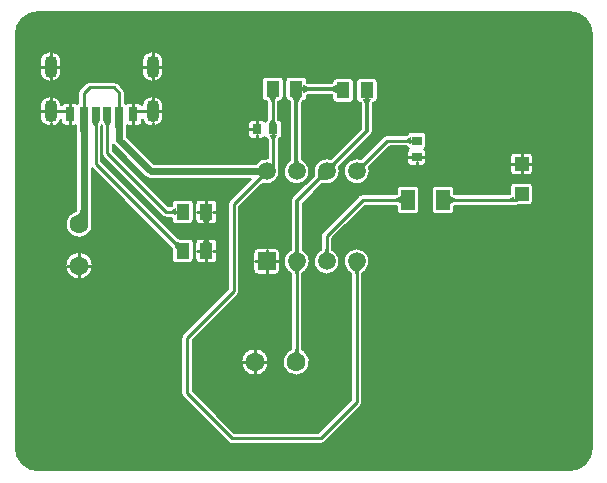
<source format=gtl>
G04 Layer: TopLayer*
G04 EasyEDA Pro v2.2.43.4, 2025-11-30 18:38:01*
G04 Gerber Generator version 0.3*
G04 Scale: 100 percent, Rotated: No, Reflected: No*
G04 Dimensions in millimeters*
G04 Leading zeros omitted, absolute positions, 4 integers and 5 decimals*
G04 Generated by custom config*
%FSLAX45Y45*%
%MOMM*%
%ADD10C,0.2032*%
%ADD11C,0.254*%
%ADD12R,0.8X0.9*%
%ADD13C,1.6*%
%ADD14R,0.9X0.8*%
%ADD15R,1.21158X1.21158*%
%ADD16R,1.20752X1.70101*%
%ADD17R,1.5X1.5*%
%ADD18C,1.5*%
%ADD19R,0.8042X1.2*%
%ADD20R,0.8X1.2*%
%ADD21R,0.7X1.2*%
%ADD22O,1.1X1.9*%
%ADD23R,1.13254X1.37701*%
%ADD24C,0.6*%
%ADD25C,0.3*%
G75*


G04 Copper Start*
G36*
G01X4939840Y-250000D02*
G01X4939840Y-3750000D01*
G01X4937908Y-3777017D01*
G01X4932150Y-3803484D01*
G01X4922685Y-3828862D01*
G01X4909704Y-3852635D01*
G01X4893471Y-3874319D01*
G01X4874319Y-3893471D01*
G01X4852635Y-3909704D01*
G01X4828862Y-3922685D01*
G01X4803484Y-3932150D01*
G01X4777017Y-3937908D01*
G01X4750000Y-3939840D01*
G01X250000Y-3939840D01*
G01X222983Y-3937908D01*
G01X196516Y-3932150D01*
G01X171138Y-3922685D01*
G01X147365Y-3909704D01*
G01X125681Y-3893471D01*
G01X106528Y-3874319D01*
G01X90296Y-3852635D01*
G01X77315Y-3828862D01*
G01X67850Y-3803484D01*
G01X62092Y-3777017D01*
G01X60160Y-3750000D01*
G01X60160Y-2207016D01*
G01X481089Y-2207016D01*
G01X483061Y-2228297D01*
G01X488909Y-2248853D01*
G01X498436Y-2267984D01*
G01X511315Y-2285039D01*
G01X527109Y-2299438D01*
G01X545280Y-2310688D01*
G01X565209Y-2318409D01*
G01X586217Y-2322336D01*
G01X607588Y-2322336D01*
G01X628597Y-2318409D01*
G01X648525Y-2310688D01*
G01X666696Y-2299438D01*
G01X682490Y-2285039D01*
G01X695369Y-2267984D01*
G01X704896Y-2248853D01*
G01X710744Y-2228297D01*
G01X712716Y-2207016D01*
G01X710744Y-2185735D01*
G01X704896Y-2165179D01*
G01X695369Y-2146048D01*
G01X682490Y-2128993D01*
G01X666696Y-2114595D01*
G01X648525Y-2103344D01*
G01X628597Y-2095623D01*
G01X607588Y-2091696D01*
G01X586217Y-2091696D01*
G01X565209Y-2095623D01*
G01X545280Y-2103344D01*
G01X527109Y-2114595D01*
G01X511315Y-2128993D01*
G01X498436Y-2146048D01*
G01X488909Y-2165179D01*
G01X483061Y-2185735D01*
G01X481089Y-2207016D01*
G01X481089Y-2207016D01*
G01X60160Y-2207016D01*
G01X60160Y-861408D01*
G01X264596Y-861408D01*
G01X264596Y-941408D01*
G01X266433Y-959583D01*
G01X271871Y-977023D01*
G01X280689Y-993022D01*
G01X292531Y-1006932D01*
G01X306917Y-1018191D01*
G01X323266Y-1026343D01*
G01X340915Y-1031058D01*
G01X359151Y-1032145D01*
G01X377236Y-1029560D01*
G01X394437Y-1023408D01*
G01X410059Y-1013938D01*
G01X423469Y-1001533D01*
G01X434126Y-986695D01*
G01X441597Y-970025D01*
G01X441597Y-986401D01*
G01X443350Y-997469D01*
G01X448437Y-1007452D01*
G01X456360Y-1015376D01*
G01X466344Y-1020463D01*
G01X477411Y-1022215D01*
G01X557411Y-1022215D01*
G01X563568Y-1021682D01*
G01X569543Y-1020098D01*
G01X571075Y-1048231D01*
G01X571586Y-1076401D01*
G01X571586Y-1722845D01*
G01X571319Y-1729663D01*
G01X570611Y-1735269D01*
G01X569535Y-1739880D01*
G01X568329Y-1743110D01*
G01X567240Y-1745027D01*
G01X566785Y-1745175D01*
G01X547379Y-1752313D01*
G01X529552Y-1762788D01*
G01X513871Y-1776266D01*
G01X500837Y-1792318D01*
G01X490865Y-1810432D01*
G01X484274Y-1830031D01*
G01X481272Y-1850489D01*
G01X481956Y-1871155D01*
G01X486305Y-1891370D01*
G01X494179Y-1910489D01*
G01X505327Y-1927904D01*
G01X519394Y-1943058D01*
G01X535932Y-1955470D01*
G01X554414Y-1964743D01*
G01X574250Y-1970581D01*
G01X594808Y-1972799D01*
G01X615432Y-1971326D01*
G01X635467Y-1966209D01*
G01X654271Y-1957611D01*
G01X671247Y-1945805D01*
G01X685854Y-1931170D01*
G01X697625Y-1914170D01*
G01X706185Y-1895348D01*
G01X711262Y-1875303D01*
G01X712693Y-1854676D01*
G01X710433Y-1834122D01*
G01X705253Y-1807994D01*
G01X703791Y-1797218D01*
G01X703214Y-1784905D01*
G01X703214Y-1379823D01*
G01X1377239Y-2053848D01*
G01X1381052Y-2062089D01*
G01X1382359Y-2071075D01*
G01X1382359Y-2071075D01*
G01X1382359Y-2151651D01*
G01X1384112Y-2162718D01*
G01X1389199Y-2172701D01*
G01X1397122Y-2180625D01*
G01X1407106Y-2185712D01*
G01X1418173Y-2187465D01*
G01X1531427Y-2187465D01*
G01X1542494Y-2185712D01*
G01X1552478Y-2180625D01*
G01X1560401Y-2172701D01*
G01X1565488Y-2162718D01*
G01X1567241Y-2151651D01*
G01X1582359Y-2151651D01*
G01X1582359Y-2151651D01*
G01X1584112Y-2162718D01*
G01X1589199Y-2172701D01*
G01X1597122Y-2180625D01*
G01X1607106Y-2185712D01*
G01X1618173Y-2187465D01*
G01X1731427Y-2187465D01*
G01X1742494Y-2185712D01*
G01X1752478Y-2180625D01*
G01X1760401Y-2172701D01*
G01X1765488Y-2162718D01*
G01X1767241Y-2151651D01*
G01X1767241Y-2013949D01*
G01X1765488Y-2002882D01*
G01X1760401Y-1992899D01*
G01X1752478Y-1984975D01*
G01X1742494Y-1979888D01*
G01X1731427Y-1978135D01*
G01X1618173Y-1978135D01*
G01X1607106Y-1979888D01*
G01X1597122Y-1984975D01*
G01X1589199Y-1992899D01*
G01X1584112Y-2002882D01*
G01X1582359Y-2013949D01*
G01X1582359Y-2151651D01*
G01X1567241Y-2151651D01*
G01X1567241Y-2013949D01*
G01X1565488Y-2002882D01*
G01X1560401Y-1992899D01*
G01X1552478Y-1984975D01*
G01X1542494Y-1979888D01*
G01X1531427Y-1978135D01*
G01X1450851Y-1978135D01*
G01X1441865Y-1976828D01*
G01X1433625Y-1973015D01*
G01X785914Y-1325305D01*
G01X785914Y-1024501D01*
G01X787287Y-1018975D01*
G01X787541Y-1018975D01*
G01X788886Y-1024501D01*
G01X788886Y-1256500D01*
G01X790539Y-1269056D01*
G01X795386Y-1280757D01*
G01X803095Y-1290804D01*
G01X1299195Y-1786905D01*
G01X1309243Y-1794614D01*
G01X1320944Y-1799461D01*
G01X1333500Y-1801114D01*
G01X1380073Y-1801114D01*
G01X1382359Y-1801337D01*
G01X1382359Y-1821451D01*
G01X1384112Y-1832518D01*
G01X1389199Y-1842501D01*
G01X1397122Y-1850425D01*
G01X1407106Y-1855512D01*
G01X1418173Y-1857265D01*
G01X1531427Y-1857265D01*
G01X1542494Y-1855512D01*
G01X1552478Y-1850425D01*
G01X1560401Y-1842501D01*
G01X1565488Y-1832518D01*
G01X1567241Y-1821451D01*
G01X1582359Y-1821451D01*
G01X1582359Y-1821451D01*
G01X1584112Y-1832518D01*
G01X1589199Y-1842501D01*
G01X1597122Y-1850425D01*
G01X1607106Y-1855512D01*
G01X1618173Y-1857265D01*
G01X1731427Y-1857265D01*
G01X1742494Y-1855512D01*
G01X1752478Y-1850425D01*
G01X1760401Y-1842501D01*
G01X1765488Y-1832518D01*
G01X1767241Y-1821451D01*
G01X1767241Y-1683749D01*
G01X1765488Y-1672682D01*
G01X1760401Y-1662699D01*
G01X1752478Y-1654775D01*
G01X1742494Y-1649688D01*
G01X1731427Y-1647935D01*
G01X1618173Y-1647935D01*
G01X1607106Y-1649688D01*
G01X1597122Y-1654775D01*
G01X1589199Y-1662699D01*
G01X1584112Y-1672682D01*
G01X1582359Y-1683749D01*
G01X1582359Y-1821451D01*
G01X1567241Y-1821451D01*
G01X1567241Y-1683749D01*
G01X1565488Y-1672682D01*
G01X1560401Y-1662699D01*
G01X1552478Y-1654775D01*
G01X1542494Y-1649688D01*
G01X1531427Y-1647935D01*
G01X1418173Y-1647935D01*
G01X1407106Y-1649688D01*
G01X1397122Y-1654775D01*
G01X1389199Y-1662699D01*
G01X1384112Y-1672682D01*
G01X1382359Y-1683749D01*
G01X1382359Y-1703863D01*
G01X1380073Y-1704086D01*
G01X1353595Y-1704086D01*
G01X885914Y-1236405D01*
G01X885914Y-1183996D01*
G01X890862Y-1189537D01*
G01X1157562Y-1456237D01*
G01X1167535Y-1464422D01*
G01X1178914Y-1470504D01*
G01X1191260Y-1474249D01*
G01X1204100Y-1475514D01*
G01X2049977Y-1475514D01*
G01X1870695Y-1654795D01*
G01X1862986Y-1664843D01*
G01X1858139Y-1676544D01*
G01X1856486Y-1689100D01*
G01X1856486Y-2405605D01*
G01X1476995Y-2785095D01*
G01X1469286Y-2795143D01*
G01X1464439Y-2806844D01*
G01X1462786Y-2819400D01*
G01X1462786Y-3289300D01*
G01X1464439Y-3301856D01*
G01X1469286Y-3313557D01*
G01X1476995Y-3323605D01*
G01X1857995Y-3704605D01*
G01X1868043Y-3712314D01*
G01X1879744Y-3717161D01*
G01X1892300Y-3718814D01*
G01X2641600Y-3718814D01*
G01X2654156Y-3717161D01*
G01X2665857Y-3712314D01*
G01X2675905Y-3704605D01*
G01X2980705Y-3399805D01*
G01X2988414Y-3389757D01*
G01X2993261Y-3378056D01*
G01X2994914Y-3365500D01*
G01X2994914Y-2274586D01*
G01X2994997Y-2272679D01*
G01X3006337Y-2265221D01*
G01X3008366Y-2263784D01*
G01X3012151Y-2260899D01*
G01X3014960Y-2258759D01*
G01X3016234Y-2257788D01*
G01X3018689Y-2255738D01*
G01X3019911Y-2254620D01*
G01X3022394Y-2252351D01*
G01X3022734Y-2252040D01*
G01X3024449Y-2250364D01*
G01X3037369Y-2234979D01*
G01X3047300Y-2217515D01*
G01X3053913Y-2198544D01*
G01X3056993Y-2178691D01*
G01X3056438Y-2158608D01*
G01X3052266Y-2138956D01*
G01X3044614Y-2120380D01*
G01X3033734Y-2103491D01*
G01X3019983Y-2088843D01*
G01X3003814Y-2076920D01*
G01X2985758Y-2068111D01*
G01X2966408Y-2062707D01*
G01X2946400Y-2060886D01*
G01X2926392Y-2062707D01*
G01X2907042Y-2068111D01*
G01X2888986Y-2076920D01*
G01X2872817Y-2088843D01*
G01X2859066Y-2103491D01*
G01X2848186Y-2120380D01*
G01X2840534Y-2138956D01*
G01X2836362Y-2158608D01*
G01X2835807Y-2178691D01*
G01X2838887Y-2198544D01*
G01X2845500Y-2217515D01*
G01X2855431Y-2234979D01*
G01X2868351Y-2250364D01*
G01X2870066Y-2252040D01*
G01X2870406Y-2252351D01*
G01X2872889Y-2254620D01*
G01X2874111Y-2255738D01*
G01X2876566Y-2257788D01*
G01X2877840Y-2258759D01*
G01X2880649Y-2260899D01*
G01X2884434Y-2263784D01*
G01X2886463Y-2265221D01*
G01X2897803Y-2272679D01*
G01X2897886Y-2274586D01*
G01X2897886Y-3345405D01*
G01X2621505Y-3621786D01*
G01X1912395Y-3621786D01*
G01X1559814Y-3269205D01*
G01X1559814Y-3011917D01*
G01X1970264Y-3011917D01*
G01X1970264Y-3033288D01*
G01X1974191Y-3054297D01*
G01X1981912Y-3074225D01*
G01X1993162Y-3092396D01*
G01X2007561Y-3108190D01*
G01X2024616Y-3121069D01*
G01X2043747Y-3130596D01*
G01X2064303Y-3136444D01*
G01X2085584Y-3138416D01*
G01X2106865Y-3136444D01*
G01X2127421Y-3130596D01*
G01X2146552Y-3121069D01*
G01X2163607Y-3108190D01*
G01X2178005Y-3092396D01*
G01X2189256Y-3074225D01*
G01X2196977Y-3054297D01*
G01X2200904Y-3033288D01*
G01X2200904Y-3013273D01*
G01X2320171Y-3013273D01*
G01X2320435Y-3034748D01*
G01X2324659Y-3055805D01*
G01X2332698Y-3075720D01*
G01X2344276Y-3093808D01*
G01X2358995Y-3109448D01*
G01X2376348Y-3122101D01*
G01X2395738Y-3131334D01*
G01X2416500Y-3136827D01*
G01X2437920Y-3138393D01*
G01X2459258Y-3135973D01*
G01X2479782Y-3129656D01*
G01X2498787Y-3119658D01*
G01X2515620Y-3106323D01*
G01X2529701Y-3090109D01*
G01X2540546Y-3071574D01*
G01X2547784Y-3051356D01*
G01X2551164Y-3030149D01*
G01X2550570Y-3008682D01*
G01X2546024Y-2987695D01*
G01X2537680Y-2967907D01*
G01X2525827Y-2950000D01*
G01X2510872Y-2934589D01*
G01X2509694Y-2933477D01*
G01X2495072Y-2919867D01*
G01X2489725Y-2914280D01*
G01X2486914Y-2910737D01*
G01X2486914Y-2274586D01*
G01X2486997Y-2272679D01*
G01X2498337Y-2265221D01*
G01X2500366Y-2263784D01*
G01X2504151Y-2260899D01*
G01X2506960Y-2258759D01*
G01X2508234Y-2257788D01*
G01X2510689Y-2255738D01*
G01X2511911Y-2254620D01*
G01X2514394Y-2252351D01*
G01X2514734Y-2252040D01*
G01X2516449Y-2250364D01*
G01X2529318Y-2235053D01*
G01X2539225Y-2217679D01*
G01X2545847Y-2198807D01*
G01X2548970Y-2179052D01*
G01X2548626Y-2164709D01*
G01X2581807Y-2164709D01*
G01X2582362Y-2184792D01*
G01X2586534Y-2204444D01*
G01X2594186Y-2223020D01*
G01X2605066Y-2239909D01*
G01X2618817Y-2254557D01*
G01X2634986Y-2266480D01*
G01X2653042Y-2275289D01*
G01X2672392Y-2280693D01*
G01X2692400Y-2282514D01*
G01X2712408Y-2280693D01*
G01X2731758Y-2275289D01*
G01X2749814Y-2266480D01*
G01X2765983Y-2254557D01*
G01X2779734Y-2239909D01*
G01X2790614Y-2223020D01*
G01X2798266Y-2204444D01*
G01X2802438Y-2184792D01*
G01X2802993Y-2164709D01*
G01X2799913Y-2144856D01*
G01X2793300Y-2125885D01*
G01X2783369Y-2108421D01*
G01X2770449Y-2093036D01*
G01X2768734Y-2091360D01*
G01X2768394Y-2091049D01*
G01X2765911Y-2088780D01*
G01X2764689Y-2087662D01*
G01X2762234Y-2085612D01*
G01X2760960Y-2084641D01*
G01X2758151Y-2082501D01*
G01X2754366Y-2079616D01*
G01X2752337Y-2078179D01*
G01X2740997Y-2070721D01*
G01X2740914Y-2068814D01*
G01X2740914Y-1975895D01*
G01X3017295Y-1699514D01*
G01X3284245Y-1699514D01*
G01X3286531Y-1699737D01*
G01X3286531Y-1736051D01*
G01X3288284Y-1747118D01*
G01X3293371Y-1757102D01*
G01X3301294Y-1765025D01*
G01X3311278Y-1770112D01*
G01X3322345Y-1771865D01*
G01X3443097Y-1771865D01*
G01X3454164Y-1770112D01*
G01X3464148Y-1765025D01*
G01X3472071Y-1757102D01*
G01X3477158Y-1747118D01*
G01X3478911Y-1736051D01*
G01X3478911Y-1565949D01*
G01X3582289Y-1565949D01*
G01X3582289Y-1736051D01*
G01X3584042Y-1747118D01*
G01X3589129Y-1757102D01*
G01X3597052Y-1765025D01*
G01X3607036Y-1770112D01*
G01X3618103Y-1771865D01*
G01X3738855Y-1771865D01*
G01X3749922Y-1770112D01*
G01X3759906Y-1765025D01*
G01X3767829Y-1757102D01*
G01X3772916Y-1747118D01*
G01X3774669Y-1736051D01*
G01X3774669Y-1699737D01*
G01X3776955Y-1699514D01*
G01X4292600Y-1699514D01*
G01X4292600Y-1699514D01*
G01X4301018Y-1698778D01*
G01X4309180Y-1696593D01*
G01X4403979Y-1696593D01*
G01X4415046Y-1694840D01*
G01X4425030Y-1689753D01*
G01X4432953Y-1681830D01*
G01X4438040Y-1671846D01*
G01X4439793Y-1660779D01*
G01X4439793Y-1539621D01*
G01X4438040Y-1528554D01*
G01X4432953Y-1518570D01*
G01X4425030Y-1510647D01*
G01X4415046Y-1505560D01*
G01X4403979Y-1503807D01*
G01X4282821Y-1503807D01*
G01X4271754Y-1505560D01*
G01X4261770Y-1510647D01*
G01X4253847Y-1518570D01*
G01X4248760Y-1528554D01*
G01X4247007Y-1539621D01*
G01X4247007Y-1602263D01*
G01X4244721Y-1602486D01*
G01X3776955Y-1602486D01*
G01X3774669Y-1602263D01*
G01X3774669Y-1565949D01*
G01X3772916Y-1554882D01*
G01X3767829Y-1544898D01*
G01X3759906Y-1536975D01*
G01X3749922Y-1531888D01*
G01X3738855Y-1530135D01*
G01X3618103Y-1530135D01*
G01X3607036Y-1531888D01*
G01X3597052Y-1536975D01*
G01X3589129Y-1544898D01*
G01X3584042Y-1554882D01*
G01X3582289Y-1565949D01*
G01X3478911Y-1565949D01*
G01X3477158Y-1554882D01*
G01X3472071Y-1544898D01*
G01X3464148Y-1536975D01*
G01X3454164Y-1531888D01*
G01X3443097Y-1530135D01*
G01X3322345Y-1530135D01*
G01X3311278Y-1531888D01*
G01X3301294Y-1536975D01*
G01X3293371Y-1544898D01*
G01X3288284Y-1554882D01*
G01X3286531Y-1565949D01*
G01X3286531Y-1602263D01*
G01X3284245Y-1602486D01*
G01X2997200Y-1602486D01*
G01X2984644Y-1604139D01*
G01X2972943Y-1608986D01*
G01X2962895Y-1616695D01*
G01X2658095Y-1921495D01*
G01X2650386Y-1931543D01*
G01X2645539Y-1943244D01*
G01X2643886Y-1955800D01*
G01X2643886Y-2068814D01*
G01X2643886Y-2068814D01*
G01X2643803Y-2070721D01*
G01X2632463Y-2078179D01*
G01X2630434Y-2079616D01*
G01X2626649Y-2082501D01*
G01X2623840Y-2084641D01*
G01X2622566Y-2085612D01*
G01X2620111Y-2087662D01*
G01X2618889Y-2088780D01*
G01X2616406Y-2091049D01*
G01X2616066Y-2091360D01*
G01X2614351Y-2093036D01*
G01X2601431Y-2108421D01*
G01X2591500Y-2125885D01*
G01X2584887Y-2144856D01*
G01X2581807Y-2164709D01*
G01X2548626Y-2164709D01*
G01X2548490Y-2159057D01*
G01X2544425Y-2139475D01*
G01X2536905Y-2120942D01*
G01X2526177Y-2104062D01*
G01X2512589Y-2089386D01*
G01X2512276Y-2089072D01*
G01X2509399Y-2086492D01*
G01X2501947Y-2080499D01*
G01X2500333Y-2079274D01*
G01X2493662Y-2074505D01*
G01X2489319Y-2071240D01*
G01X2489214Y-2068818D01*
G01X2489214Y-1684748D01*
G01X2655345Y-1518617D01*
G01X2657527Y-1516745D01*
G01X2662748Y-1517503D01*
G01X2670838Y-1518848D01*
G01X2672845Y-1519124D01*
G01X2682353Y-1520156D01*
G01X2686211Y-1520365D01*
G01X2686655Y-1520365D01*
G01X2707226Y-1519518D01*
G01X2727285Y-1514880D01*
G01X2746140Y-1506611D01*
G01X2763139Y-1494997D01*
G01X2777697Y-1480439D01*
G01X2789311Y-1463440D01*
G01X2797580Y-1444585D01*
G01X2802218Y-1424526D01*
G01X2802558Y-1416257D01*
G01X2835780Y-1416257D01*
G01X2838782Y-1436122D01*
G01X2845321Y-1455118D01*
G01X2855183Y-1472622D01*
G01X2868043Y-1488057D01*
G01X2883478Y-1500917D01*
G01X2900982Y-1510779D01*
G01X2919978Y-1517318D01*
G01X2939843Y-1520320D01*
G01X2959923Y-1519686D01*
G01X2979559Y-1515436D01*
G01X2998105Y-1507712D01*
G01X3014951Y-1496766D01*
G01X3029545Y-1482958D01*
G01X3041405Y-1466742D01*
G01X3050143Y-1448651D01*
G01X3055470Y-1429280D01*
G01X3057213Y-1409265D01*
G01X3057186Y-1406868D01*
G01X3057165Y-1406407D01*
G01X3057014Y-1403047D01*
G01X3056940Y-1401392D01*
G01X3056653Y-1398206D01*
G01X3056439Y-1396619D01*
G01X3055966Y-1393120D01*
G01X3055329Y-1388403D01*
G01X3054911Y-1385953D01*
G01X3052166Y-1372661D01*
G01X3053456Y-1371253D01*
G01X3226998Y-1197712D01*
G01X3371300Y-1197712D01*
G01X3374742Y-1198224D01*
G01X3377986Y-1206396D01*
G01X3383122Y-1213531D01*
G01X3389843Y-1219200D01*
G01X3381153Y-1227186D01*
G01X3375531Y-1237562D01*
G01X3373586Y-1249202D01*
G01X3373586Y-1329202D01*
G01X3375339Y-1340269D01*
G01X3380426Y-1350253D01*
G01X3388349Y-1358176D01*
G01X3398333Y-1363263D01*
G01X3409400Y-1365016D01*
G01X3499400Y-1365016D01*
G01X3510467Y-1363263D01*
G01X3520451Y-1358176D01*
G01X3528374Y-1350253D01*
G01X3533461Y-1340269D01*
G01X3535214Y-1329202D01*
G01X3535214Y-1285621D01*
G01X4247007Y-1285621D01*
G01X4247007Y-1406779D01*
G01X4248760Y-1417846D01*
G01X4253847Y-1427830D01*
G01X4261770Y-1435753D01*
G01X4271754Y-1440840D01*
G01X4282821Y-1442593D01*
G01X4403979Y-1442593D01*
G01X4415046Y-1440840D01*
G01X4425030Y-1435753D01*
G01X4432953Y-1427830D01*
G01X4438040Y-1417846D01*
G01X4439793Y-1406779D01*
G01X4439793Y-1285621D01*
G01X4439793Y-1285621D01*
G01X4438040Y-1274554D01*
G01X4432953Y-1264570D01*
G01X4425030Y-1256647D01*
G01X4415046Y-1251560D01*
G01X4403979Y-1249807D01*
G01X4282821Y-1249807D01*
G01X4271754Y-1251560D01*
G01X4261770Y-1256647D01*
G01X4253847Y-1264570D01*
G01X4248760Y-1274554D01*
G01X4247007Y-1285621D01*
G01X3535214Y-1285621D01*
G01X3535214Y-1249202D01*
G01X3533269Y-1237562D01*
G01X3527647Y-1227186D01*
G01X3518957Y-1219200D01*
G01X3527647Y-1211214D01*
G01X3533269Y-1200838D01*
G01X3535214Y-1189198D01*
G01X3535214Y-1109198D01*
G01X3533461Y-1098131D01*
G01X3528374Y-1088147D01*
G01X3520451Y-1080224D01*
G01X3510467Y-1075137D01*
G01X3499400Y-1073384D01*
G01X3409400Y-1073384D01*
G01X3397829Y-1075305D01*
G01X3387499Y-1080861D01*
G01X3379518Y-1089457D01*
G01X3374742Y-1100171D01*
G01X3371300Y-1100684D01*
G01X3206902Y-1100684D01*
G01X3194346Y-1102337D01*
G01X3182645Y-1107183D01*
G01X3172598Y-1114893D01*
G01X2984847Y-1302644D01*
G01X2984847Y-1302644D01*
G01X2983439Y-1303934D01*
G01X2970147Y-1301189D01*
G01X2967697Y-1300771D01*
G01X2962980Y-1300134D01*
G01X2959481Y-1299661D01*
G01X2957894Y-1299447D01*
G01X2954708Y-1299160D01*
G01X2953053Y-1299086D01*
G01X2949693Y-1298935D01*
G01X2949232Y-1298914D01*
G01X2946835Y-1298887D01*
G01X2926820Y-1300630D01*
G01X2907449Y-1305957D01*
G01X2889358Y-1314695D01*
G01X2873142Y-1326555D01*
G01X2859334Y-1341149D01*
G01X2848388Y-1357995D01*
G01X2840664Y-1376541D01*
G01X2836414Y-1396177D01*
G01X2835780Y-1416257D01*
G01X2802558Y-1416257D01*
G01X2803065Y-1403955D01*
G01X2803065Y-1403511D01*
G01X2802856Y-1399653D01*
G01X2801824Y-1390145D01*
G01X2801548Y-1388138D01*
G01X2800203Y-1380048D01*
G01X2799441Y-1374669D01*
G01X2801079Y-1372882D01*
G01X3069631Y-1104331D01*
G01X3077706Y-1093807D01*
G01X3082782Y-1081552D01*
G01X3084514Y-1068400D01*
G01X3084514Y-837750D01*
G01X3085066Y-833030D01*
G01X3086695Y-828565D01*
G01X3090327Y-828565D01*
G01X3101394Y-826812D01*
G01X3111378Y-821725D01*
G01X3119301Y-813801D01*
G01X3124388Y-803818D01*
G01X3126141Y-792751D01*
G01X3126141Y-655049D01*
G01X3124388Y-643982D01*
G01X3119301Y-633999D01*
G01X3111378Y-626075D01*
G01X3101394Y-620988D01*
G01X3090327Y-619235D01*
G01X2977073Y-619235D01*
G01X2966006Y-620988D01*
G01X2956022Y-626075D01*
G01X2948099Y-633999D01*
G01X2943012Y-643982D01*
G01X2941259Y-655049D01*
G01X2941259Y-792751D01*
G01X2943012Y-803818D01*
G01X2948099Y-813801D01*
G01X2956022Y-821725D01*
G01X2966006Y-826812D01*
G01X2977073Y-828565D01*
G01X2980705Y-828565D01*
G01X2982333Y-833030D01*
G01X2982886Y-837750D01*
G01X2982886Y-1047352D01*
G01X2729455Y-1300783D01*
G01X2729455Y-1300783D01*
G01X2727273Y-1302655D01*
G01X2722052Y-1301897D01*
G01X2713962Y-1300552D01*
G01X2711955Y-1300276D01*
G01X2702447Y-1299244D01*
G01X2698589Y-1299035D01*
G01X2698145Y-1299035D01*
G01X2677574Y-1299882D01*
G01X2657515Y-1304520D01*
G01X2638660Y-1312789D01*
G01X2621661Y-1324403D01*
G01X2607103Y-1338961D01*
G01X2595489Y-1355960D01*
G01X2587220Y-1374815D01*
G01X2582582Y-1394874D01*
G01X2581735Y-1415445D01*
G01X2581735Y-1415889D01*
G01X2581944Y-1419747D01*
G01X2582976Y-1429255D01*
G01X2583252Y-1431262D01*
G01X2584597Y-1439352D01*
G01X2585359Y-1444731D01*
G01X2583721Y-1446518D01*
G01X2402469Y-1627769D01*
G01X2394394Y-1638293D01*
G01X2389317Y-1650548D01*
G01X2387586Y-1663700D01*
G01X2387586Y-2068483D01*
G01X2387367Y-2071349D01*
G01X2383138Y-2074505D01*
G01X2376467Y-2079274D01*
G01X2374853Y-2080499D01*
G01X2367401Y-2086492D01*
G01X2364524Y-2089072D01*
G01X2364211Y-2089386D01*
G01X2350623Y-2104062D01*
G01X2339895Y-2120942D01*
G01X2332375Y-2139475D01*
G01X2328310Y-2159057D01*
G01X2327830Y-2179052D01*
G01X2330953Y-2198807D01*
G01X2337575Y-2217679D01*
G01X2347482Y-2235053D01*
G01X2360351Y-2250364D01*
G01X2362066Y-2252040D01*
G01X2362406Y-2252351D01*
G01X2364889Y-2254620D01*
G01X2366111Y-2255738D01*
G01X2368566Y-2257788D01*
G01X2369840Y-2258759D01*
G01X2372649Y-2260899D01*
G01X2376434Y-2263784D01*
G01X2378463Y-2265221D01*
G01X2389803Y-2272679D01*
G01X2389886Y-2274586D01*
G01X2389886Y-2910809D01*
G01X2389738Y-2914082D01*
G01X2384084Y-2917750D01*
G01X2376182Y-2922699D01*
G01X2374238Y-2924006D01*
G01X2365528Y-2930290D01*
G01X2363169Y-2932147D01*
G01X2360415Y-2934507D01*
G01X2360008Y-2934857D01*
G01X2358690Y-2935987D01*
G01X2356882Y-2937647D01*
G01X2342553Y-2953644D01*
G01X2331423Y-2972012D01*
G01X2323876Y-2992119D01*
G01X2320171Y-3013273D01*
G01X2200904Y-3013273D01*
G01X2200904Y-3011917D01*
G01X2196977Y-2990909D01*
G01X2189256Y-2970980D01*
G01X2178005Y-2952809D01*
G01X2163607Y-2937015D01*
G01X2146552Y-2924136D01*
G01X2127421Y-2914609D01*
G01X2106865Y-2908761D01*
G01X2085584Y-2906789D01*
G01X2085584Y-2906789D01*
G01X2064303Y-2908761D01*
G01X2043747Y-2914609D01*
G01X2024616Y-2924136D01*
G01X2007561Y-2937015D01*
G01X1993162Y-2952809D01*
G01X1981912Y-2970980D01*
G01X1974191Y-2990909D01*
G01X1970264Y-3011917D01*
G01X1559814Y-3011917D01*
G01X1559814Y-2839495D01*
G01X1939305Y-2460005D01*
G01X1947014Y-2449957D01*
G01X1951861Y-2438256D01*
G01X1953514Y-2425700D01*
G01X1953514Y-2096700D01*
G01X2073586Y-2096700D01*
G01X2073586Y-2246700D01*
G01X2075339Y-2257767D01*
G01X2080426Y-2267751D01*
G01X2088349Y-2275674D01*
G01X2098333Y-2280761D01*
G01X2109400Y-2282514D01*
G01X2259400Y-2282514D01*
G01X2259400Y-2282514D01*
G01X2270467Y-2280761D01*
G01X2280451Y-2275674D01*
G01X2288374Y-2267751D01*
G01X2293461Y-2257767D01*
G01X2295214Y-2246700D01*
G01X2295214Y-2096700D01*
G01X2293461Y-2085633D01*
G01X2288374Y-2075649D01*
G01X2280451Y-2067726D01*
G01X2270467Y-2062639D01*
G01X2259400Y-2060886D01*
G01X2109400Y-2060886D01*
G01X2098333Y-2062639D01*
G01X2088349Y-2067726D01*
G01X2080426Y-2075649D01*
G01X2075339Y-2085633D01*
G01X2073586Y-2096700D01*
G01X1953514Y-2096700D01*
G01X1953514Y-1709195D01*
G01X2148256Y-1514454D01*
G01X2168703Y-1519396D01*
G01X2189716Y-1520386D01*
G01X2210538Y-1517387D01*
G01X2230417Y-1510507D01*
G01X2248639Y-1499995D01*
G01X2264545Y-1486228D01*
G01X2277563Y-1469703D01*
G01X2287224Y-1451016D01*
G01X2293179Y-1430840D01*
G01X2295214Y-1409903D01*
G01X2294869Y-1406218D01*
G01X2327656Y-1406218D01*
G01X2328874Y-1426435D01*
G01X2333752Y-1446093D01*
G01X2342126Y-1464535D01*
G01X2353716Y-1481145D01*
G01X2368135Y-1495368D01*
G01X2384902Y-1506730D01*
G01X2403457Y-1514851D01*
G01X2423180Y-1519459D01*
G01X2443412Y-1520400D01*
G01X2463475Y-1517640D01*
G01X2482700Y-1511274D01*
G01X2500446Y-1501515D01*
G01X2516119Y-1488690D01*
G01X2529197Y-1473227D01*
G01X2539242Y-1455642D01*
G01X2545919Y-1436523D01*
G01X2549005Y-1416507D01*
G01X2548396Y-1396265D01*
G01X2544114Y-1376471D01*
G01X2536302Y-1357787D01*
G01X2525219Y-1340837D01*
G01X2511237Y-1326186D01*
G01X2510631Y-1325603D01*
G01X2507918Y-1323241D01*
G01X2500370Y-1317308D01*
G01X2498973Y-1316263D01*
G01X2492294Y-1311521D01*
G01X2488077Y-1308359D01*
G01X2487720Y-1308016D01*
G01X2487614Y-1305612D01*
G01X2487614Y-825050D01*
G01X2488166Y-820330D01*
G01X2489795Y-815865D01*
G01X2493427Y-815865D01*
G01X2504494Y-814112D01*
G01X2514478Y-809025D01*
G01X2522401Y-801101D01*
G01X2527488Y-791118D01*
G01X2529241Y-780051D01*
G01X2529241Y-764195D01*
G01X2533706Y-762567D01*
G01X2538426Y-762014D01*
G01X2732074Y-762014D01*
G01X2736794Y-762567D01*
G01X2741259Y-764195D01*
G01X2741259Y-792751D01*
G01X2743012Y-803818D01*
G01X2748099Y-813801D01*
G01X2756022Y-821725D01*
G01X2766006Y-826812D01*
G01X2777073Y-828565D01*
G01X2890327Y-828565D01*
G01X2901394Y-826812D01*
G01X2911378Y-821725D01*
G01X2919301Y-813801D01*
G01X2924388Y-803818D01*
G01X2926141Y-792751D01*
G01X2926141Y-655049D01*
G01X2924388Y-643982D01*
G01X2919301Y-633999D01*
G01X2911378Y-626075D01*
G01X2901394Y-620988D01*
G01X2890327Y-619235D01*
G01X2777073Y-619235D01*
G01X2766006Y-620988D01*
G01X2756022Y-626075D01*
G01X2748099Y-633999D01*
G01X2743012Y-643982D01*
G01X2741259Y-655049D01*
G01X2741259Y-658205D01*
G01X2736794Y-659833D01*
G01X2732074Y-660386D01*
G01X2538426Y-660386D01*
G01X2533706Y-659833D01*
G01X2529241Y-658205D01*
G01X2529241Y-642349D01*
G01X2527488Y-631282D01*
G01X2522401Y-621299D01*
G01X2514478Y-613375D01*
G01X2504494Y-608288D01*
G01X2493427Y-606535D01*
G01X2380173Y-606535D01*
G01X2369106Y-608288D01*
G01X2359122Y-613375D01*
G01X2351199Y-621299D01*
G01X2346112Y-631282D01*
G01X2344359Y-642349D01*
G01X2344359Y-780051D01*
G01X2346112Y-791118D01*
G01X2351199Y-801101D01*
G01X2359122Y-809025D01*
G01X2369106Y-814112D01*
G01X2380173Y-815865D01*
G01X2383805Y-815865D01*
G01X2385433Y-820330D01*
G01X2385986Y-825050D01*
G01X2385986Y-1308047D01*
G01X2385885Y-1310440D01*
G01X2385885Y-1310440D01*
G01X2374914Y-1318458D01*
G01X2373285Y-1319723D01*
G01X2365932Y-1325775D01*
G01X2363764Y-1327714D01*
G01X2359983Y-1331380D01*
G01X2358353Y-1333068D01*
G01X2345746Y-1348920D01*
G01X2336235Y-1366802D01*
G01X2330137Y-1386116D01*
G01X2327656Y-1406218D01*
G01X2294869Y-1406218D01*
G01X2293255Y-1388957D01*
G01X2287374Y-1368760D01*
G01X2289500Y-1360701D01*
G01X2290216Y-1352398D01*
G01X2290216Y-1137200D01*
G01X2290729Y-1133758D01*
G01X2301443Y-1128982D01*
G01X2310039Y-1121001D01*
G01X2315595Y-1110671D01*
G01X2317516Y-1099100D01*
G01X2317516Y-1009100D01*
G01X2315996Y-998775D01*
G01X2311563Y-989326D01*
G01X2304594Y-981557D01*
G01X2295681Y-976127D01*
G01X2285581Y-973497D01*
G01X2285314Y-971000D01*
G01X2285314Y-818151D01*
G01X2285538Y-815865D01*
G01X2293427Y-815865D01*
G01X2304494Y-814112D01*
G01X2314478Y-809025D01*
G01X2322401Y-801101D01*
G01X2327488Y-791118D01*
G01X2329241Y-780051D01*
G01X2329241Y-642349D01*
G01X2327488Y-631282D01*
G01X2322401Y-621299D01*
G01X2314478Y-613375D01*
G01X2304494Y-608288D01*
G01X2293427Y-606535D01*
G01X2180173Y-606535D01*
G01X2169106Y-608288D01*
G01X2159122Y-613375D01*
G01X2151199Y-621299D01*
G01X2146112Y-631282D01*
G01X2144359Y-642349D01*
G01X2144359Y-780051D01*
G01X2146112Y-791118D01*
G01X2151199Y-801101D01*
G01X2159122Y-809025D01*
G01X2169106Y-814112D01*
G01X2180173Y-815865D01*
G01X2188063Y-815865D01*
G01X2188286Y-818151D01*
G01X2188286Y-971000D01*
G01X2186944Y-976468D01*
G01X2178387Y-981915D01*
G01X2171700Y-989543D01*
G01X2163714Y-980853D01*
G01X2153338Y-975231D01*
G01X2141698Y-973286D01*
G01X2061698Y-973286D01*
G01X2050631Y-975039D01*
G01X2040647Y-980126D01*
G01X2032724Y-988049D01*
G01X2027637Y-998033D01*
G01X2025884Y-1009100D01*
G01X2025884Y-1099100D01*
G01X2027637Y-1110167D01*
G01X2032724Y-1120151D01*
G01X2040647Y-1128074D01*
G01X2050631Y-1133161D01*
G01X2061698Y-1134914D01*
G01X2141698Y-1134914D01*
G01X2153338Y-1132969D01*
G01X2163714Y-1127347D01*
G01X2171700Y-1118657D01*
G01X2177369Y-1125378D01*
G01X2184504Y-1130514D01*
G01X2192676Y-1133758D01*
G01X2193188Y-1137200D01*
G01X2193188Y-1299235D01*
G01X2174478Y-1299331D01*
G01X2156051Y-1302574D01*
G01X2138432Y-1308870D01*
G01X2122124Y-1318041D01*
G01X2107591Y-1329825D01*
G01X2095247Y-1343886D01*
G01X1231361Y-1343886D01*
G01X1003214Y-1115739D01*
G01X1003214Y-1076401D01*
G01X1003725Y-1048231D01*
G01X1005257Y-1020098D01*
G01X1011232Y-1021682D01*
G01X1017389Y-1022215D01*
G01X1097389Y-1022215D01*
G01X1108456Y-1020463D01*
G01X1118440Y-1015376D01*
G01X1126363Y-1007452D01*
G01X1131450Y-997469D01*
G01X1133203Y-986401D01*
G01X1133203Y-970025D01*
G01X1140674Y-986695D01*
G01X1151331Y-1001533D01*
G01X1164741Y-1013938D01*
G01X1180363Y-1023408D01*
G01X1197564Y-1029560D01*
G01X1215649Y-1032145D01*
G01X1233885Y-1031058D01*
G01X1251534Y-1026343D01*
G01X1267883Y-1018191D01*
G01X1282269Y-1006932D01*
G01X1294111Y-993022D01*
G01X1302929Y-977023D01*
G01X1308367Y-959583D01*
G01X1310204Y-941408D01*
G01X1310204Y-861408D01*
G01X1308374Y-843266D01*
G01X1302956Y-825856D01*
G01X1294169Y-809878D01*
G01X1282368Y-795979D01*
G01X1268028Y-784716D01*
G01X1251727Y-776546D01*
G01X1234122Y-771797D01*
G01X1215923Y-770660D01*
G01X1197865Y-773182D01*
G01X1180674Y-779261D01*
G01X1165044Y-788651D01*
G01X1151604Y-800974D01*
G01X1140898Y-815734D01*
G01X1133356Y-832335D01*
G01X1129282Y-850108D01*
G01X1123669Y-842070D01*
G01X1116086Y-835855D01*
G01X1107101Y-831930D01*
G01X1097389Y-830588D01*
G01X1017389Y-830588D01*
G01X1009351Y-831501D01*
G01X1001723Y-834196D01*
G01X994895Y-838534D01*
G01X985914Y-833235D01*
G01X985914Y-746900D01*
G01X984261Y-734343D01*
G01X979414Y-722643D01*
G01X971704Y-712595D01*
G01X923305Y-664195D01*
G01X913257Y-656486D01*
G01X901556Y-651639D01*
G01X889000Y-649986D01*
G01X685800Y-649986D01*
G01X673244Y-651639D01*
G01X661543Y-656486D01*
G01X651495Y-664195D01*
G01X600695Y-714995D01*
G01X592986Y-725043D01*
G01X588139Y-736744D01*
G01X586486Y-749300D01*
G01X586486Y-834318D01*
G01X579905Y-838534D01*
G01X573077Y-834196D01*
G01X565449Y-831501D01*
G01X557411Y-830588D01*
G01X477411Y-830588D01*
G01X467699Y-831930D01*
G01X458714Y-835855D01*
G01X451131Y-842070D01*
G01X445518Y-850108D01*
G01X441444Y-832335D01*
G01X433902Y-815734D01*
G01X423196Y-800974D01*
G01X409756Y-788651D01*
G01X394126Y-779261D01*
G01X376935Y-773182D01*
G01X358877Y-770660D01*
G01X340678Y-771797D01*
G01X323073Y-776546D01*
G01X306772Y-784716D01*
G01X292432Y-795979D01*
G01X280631Y-809878D01*
G01X271844Y-825856D01*
G01X266426Y-843266D01*
G01X264596Y-861408D01*
G01X60160Y-861408D01*
G01X60160Y-481399D01*
G01X264596Y-481399D01*
G01X264596Y-561398D01*
G01X266580Y-580280D01*
G01X272447Y-598336D01*
G01X281940Y-614777D01*
G01X294643Y-628886D01*
G01X310003Y-640046D01*
G01X327346Y-647768D01*
G01X345917Y-651715D01*
G01X364902Y-651715D01*
G01X383473Y-647768D01*
G01X400816Y-640046D01*
G01X416176Y-628886D01*
G01X428879Y-614777D01*
G01X438372Y-598336D01*
G01X444239Y-580280D01*
G01X446223Y-561398D01*
G01X446223Y-561398D01*
G01X446223Y-481399D01*
G01X1128577Y-481399D01*
G01X1128577Y-561398D01*
G01X1130561Y-580280D01*
G01X1136428Y-598336D01*
G01X1145921Y-614777D01*
G01X1158624Y-628886D01*
G01X1173984Y-640046D01*
G01X1191327Y-647768D01*
G01X1209898Y-651715D01*
G01X1228883Y-651715D01*
G01X1247454Y-647768D01*
G01X1264797Y-640046D01*
G01X1280157Y-628886D01*
G01X1292860Y-614777D01*
G01X1302353Y-598336D01*
G01X1308220Y-580280D01*
G01X1310204Y-561398D01*
G01X1310204Y-561398D01*
G01X1310204Y-481399D01*
G01X1308220Y-462517D01*
G01X1302353Y-444461D01*
G01X1292860Y-428020D01*
G01X1280157Y-413911D01*
G01X1264797Y-402751D01*
G01X1247454Y-395029D01*
G01X1228883Y-391082D01*
G01X1209898Y-391082D01*
G01X1191327Y-395029D01*
G01X1173984Y-402751D01*
G01X1158624Y-413911D01*
G01X1145921Y-428020D01*
G01X1136428Y-444461D01*
G01X1130561Y-462517D01*
G01X1128577Y-481399D01*
G01X446223Y-481399D01*
G01X446223Y-481399D01*
G01X444239Y-462517D01*
G01X438372Y-444461D01*
G01X428879Y-428020D01*
G01X416176Y-413911D01*
G01X400816Y-402751D01*
G01X383473Y-395029D01*
G01X364902Y-391082D01*
G01X345917Y-391082D01*
G01X327346Y-395029D01*
G01X310003Y-402751D01*
G01X294643Y-413911D01*
G01X281940Y-428020D01*
G01X272447Y-444461D01*
G01X266580Y-462517D01*
G01X264596Y-481399D01*
G01X60160Y-481399D01*
G01X60160Y-250000D01*
G01X62092Y-222983D01*
G01X67850Y-196516D01*
G01X77315Y-171138D01*
G01X90296Y-147365D01*
G01X106528Y-125681D01*
G01X125681Y-106528D01*
G01X147365Y-90296D01*
G01X171138Y-77315D01*
G01X196516Y-67850D01*
G01X222983Y-62092D01*
G01X250000Y-60160D01*
G01X4750000Y-60160D01*
G01X4777017Y-62092D01*
G01X4803484Y-67850D01*
G01X4828862Y-77315D01*
G01X4852635Y-90296D01*
G01X4874319Y-106528D01*
G01X4893471Y-125681D01*
G01X4909704Y-147365D01*
G01X4922685Y-171138D01*
G01X4932150Y-196516D01*
G01X4937908Y-222983D01*
G01X4939840Y-250000D01*
G37*
G54D10*
G01X4939840Y-250000D02*
G01X4939840Y-3750000D01*
G02X4750000Y-3939840I-189840J0D01*
G01X250000Y-3939840D01*
G02X60160Y-3750000I0J189840D01*
G01X60160Y-250000D01*
G02X250000Y-60160I189840J0D01*
G01X4750000Y-60160D01*
G02X4939840Y-250000I0J-189840D01*
G01X446223Y-561398D02*
G01X446223Y-481399D01*
G03X264596Y-481399I-90814J0D01*
G01X264596Y-561398D01*
G03X446223Y-561398I90814J0D01*
G01X1382359Y-2071075D02*
G01X1382359Y-2151651D01*
G03X1418173Y-2187465I35814J0D01*
G01X1531427Y-2187465D01*
G03X1567241Y-2151651I0J35814D01*
G01X1567241Y-2013949D01*
G03X1531427Y-1978135I-35814J0D01*
G01X1450851Y-1978135D01*
G02X1433625Y-1973015I0J31538D01*
G01X785914Y-1325305D01*
G01X785914Y-1024501D01*
G02X787287Y-1018975I11811J0D01*
G01X787541Y-1018975D01*
G02X788886Y-1024501I-10452J-5471D01*
G01X788886Y-1256500D01*
G03X803095Y-1290804I48514J0D01*
G01X1299195Y-1786905D01*
G03X1333500Y-1801114I34305J34305D01*
G01X1380073Y-1801114D01*
G01X1382359Y-1801337D01*
G01X1382359Y-1821451D01*
G03X1418173Y-1857265I35814J0D01*
G01X1531427Y-1857265D01*
G03X1567241Y-1821451I0J35814D01*
G01X1567241Y-1683749D01*
G03X1531427Y-1647935I-35814J0D01*
G01X1418173Y-1647935D01*
G03X1382359Y-1683749I0J-35814D01*
G01X1382359Y-1703863D01*
G01X1380073Y-1704086D01*
G01X1353595Y-1704086D01*
G01X885914Y-1236405D01*
G01X885914Y-1183996D01*
G03X890862Y-1189537I51486J40996D01*
G01X1157562Y-1456237D01*
G03X1204100Y-1475514I46537J46537D01*
G01X2049977Y-1475514D01*
G01X1870695Y-1654795D01*
G03X1856486Y-1689100I34305J-34305D01*
G01X1856486Y-2405605D01*
G01X1476995Y-2785095D01*
G03X1462786Y-2819400I34305J-34305D01*
G01X1462786Y-3289300D01*
G03X1476995Y-3323605I48514J0D01*
G01X1857995Y-3704605D01*
G03X1892300Y-3718814I34305J34305D01*
G01X2641600Y-3718814D01*
G03X2675905Y-3704605I0J48514D01*
G01X2980705Y-3399805D01*
G03X2994914Y-3365500I-34305J34305D01*
G01X2994914Y-2274586D01*
G01X2994997Y-2272679D01*
G01X3006337Y-2265221D01*
G01X3008366Y-2263784D01*
G01X3012151Y-2260899D01*
G03X3014960Y-2258759I-65751J89199D01*
G01X3016234Y-2257788D01*
G03X3018689Y-2255738I-21707J28486D01*
G01X3019911Y-2254620D01*
G03X3022394Y-2252351I-73511J82920D01*
G01X3022734Y-2252040D01*
G01X3024449Y-2250364D01*
G03X2946400Y-2060886I-78049J78664D01*
G03X2868351Y-2250364I0J-110814D01*
G01X2870066Y-2252040D01*
G01X2870406Y-2252351D01*
G03X2872889Y-2254620I75994J80651D01*
G01X2874111Y-2255738D01*
G03X2876566Y-2257788I24162J26436D01*
G01X2877840Y-2258759D01*
G03X2880649Y-2260899I68560J87059D01*
G01X2884434Y-2263784D01*
G01X2886463Y-2265221D01*
G01X2897803Y-2272679D01*
G01X2897886Y-2274586D01*
G01X2897886Y-3345405D01*
G01X2621505Y-3621786D01*
G01X1912395Y-3621786D01*
G01X1559814Y-3269205D01*
G01X1559814Y-2839495D01*
G01X1939305Y-2460005D01*
G03X1953514Y-2425700I-34305J34305D01*
G01X1953514Y-1709195D01*
G01X2148256Y-1514454D01*
G03X2264545Y-1486228I36144J104754D01*
G03X2287374Y-1368760I-80145J76528D01*
G03X2290216Y-1352398I-45671J16362D01*
G01X2290216Y-1137200D01*
G02X2290729Y-1133758I11811J0D01*
G03X2317516Y-1099100I-9027J34658D01*
G01X2317516Y-1009100D01*
G03X2285581Y-973497I-35814J0D01*
G01X2285314Y-971000D01*
G01X2285314Y-818151D01*
G01X2285538Y-815865D01*
G01X2293427Y-815865D01*
G03X2329241Y-780051I0J35814D01*
G01X2329241Y-642349D01*
G03X2293427Y-606535I-35814J0D01*
G01X2180173Y-606535D01*
G03X2144359Y-642349I0J-35814D01*
G01X2144359Y-780051D01*
G03X2180173Y-815865I35814J0D01*
G01X2188063Y-815865D01*
G01X2188286Y-818151D01*
G01X2188286Y-971000D01*
G02X2186944Y-976468I-11811J0D01*
G03X2171700Y-989543I14758J-32632D01*
G03X2141698Y-973286I-30002J-19557D01*
G01X2061698Y-973286D01*
G03X2025884Y-1009100I0J-35814D01*
G01X2025884Y-1099100D01*
G03X2061698Y-1134914I35814J0D01*
G01X2141698Y-1134914D01*
G03X2171700Y-1118657I0J35814D01*
G03X2192676Y-1133758I30002J19557D01*
G02X2193188Y-1137200I-11298J-3442D01*
G01X2193188Y-1299235D01*
G03X2095247Y-1343886I-8788J-110465D01*
G01X1231361Y-1343886D01*
G01X1003214Y-1115739D01*
G01X1003214Y-1076401D01*
G02X1005257Y-1020098I776684J0D01*
G03X1017389Y-1022215I12132J33696D01*
G01X1097389Y-1022215D01*
G03X1133203Y-986401I0J35814D01*
G01X1133203Y-970025D01*
G03X1310204Y-941408I86187J28617D01*
G01X1310204Y-861408D01*
G03X1129282Y-850108I-90814J0D01*
G03X1097389Y-830588I-31893J-16293D01*
G01X1017389Y-830588D01*
G03X994895Y-838534I0J-35814D01*
G03X985914Y-833235I-22495J-27868D01*
G01X985914Y-746900D01*
G03X971704Y-712595I-48514J0D01*
G01X923305Y-664195D01*
G03X889000Y-649986I-34305J-34305D01*
G01X685800Y-649986D01*
G03X651495Y-664195I0J-48514D01*
G01X600695Y-714995D01*
G03X586486Y-749300I34305J-34305D01*
G01X586486Y-834318D01*
G03X579905Y-838534I15914J-32084D01*
G03X557411Y-830588I-22495J-27868D01*
G01X477411Y-830588D01*
G03X445518Y-850108I0J-35814D01*
G03X264596Y-861408I-90108J-11300D01*
G01X264596Y-941408D01*
G03X441597Y-970025I90814J0D01*
G01X441597Y-986401D01*
G03X477411Y-1022215I35814J0D01*
G01X557411Y-1022215D01*
G03X569543Y-1020098I0J35814D01*
G02X571586Y-1076401I-774641J-56303D01*
G01X571586Y-1722845D01*
G01X571319Y-1729663D01*
G01X570611Y-1735269D01*
G01X569535Y-1739880D01*
G01X568329Y-1743110D01*
G01X567240Y-1745027D01*
G01X566785Y-1745175D01*
G03X535932Y-1955470I30117J-111829D01*
G03X710433Y-1834122I60970J98466D01*
G01X705253Y-1807994D01*
G01X703791Y-1797218D01*
G01X703214Y-1784905D01*
G01X703214Y-1379823D01*
G01X1377239Y-2053848D01*
G02X1382359Y-2071075I-26418J-17226D01*
G01X481089Y-2207016D02*
G03X712716Y-2207016I115814J0D01*
G03X481089Y-2207016I-115814J0D01*
G01X1310204Y-561398D02*
G01X1310204Y-481399D01*
G03X1128577Y-481399I-90814J0D01*
G01X1128577Y-561398D01*
G03X1310204Y-561398I90814J0D01*
G01X1582359Y-1821451D02*
G03X1618173Y-1857265I35814J0D01*
G01X1731427Y-1857265D01*
G03X1767241Y-1821451I0J35814D01*
G01X1767241Y-1683749D01*
G03X1731427Y-1647935I-35814J0D01*
G01X1618173Y-1647935D01*
G03X1582359Y-1683749I0J-35814D01*
G01X1582359Y-1821451D01*
G01X1582359Y-2151651D02*
G03X1618173Y-2187465I35814J0D01*
G01X1731427Y-2187465D01*
G03X1767241Y-2151651I0J35814D01*
G01X1767241Y-2013949D01*
G03X1731427Y-1978135I-35814J0D01*
G01X1618173Y-1978135D01*
G03X1582359Y-2013949I0J-35814D01*
G01X1582359Y-2151651D01*
G01X2085584Y-2906789D02*
G03X2085584Y-3138416I0J-115814D01*
G03X2085584Y-2906789I0J115814D01*
G01X2259400Y-2282514D02*
G03X2295214Y-2246700I0J35814D01*
G01X2295214Y-2096700D01*
G03X2259400Y-2060886I-35814J0D01*
G01X2109400Y-2060886D01*
G03X2073586Y-2096700I0J-35814D01*
G01X2073586Y-2246700D01*
G03X2109400Y-2282514I35814J0D01*
G01X2259400Y-2282514D01*
G01X2729455Y-1300783D02*
G01X2727273Y-1302655D01*
G01X2722052Y-1301897D01*
G01X2713962Y-1300552D01*
G01X2711955Y-1300276D01*
G01X2702447Y-1299244D01*
G03X2698589Y-1299035I-3865J-35605D01*
G01X2698145Y-1299035D01*
G03X2581735Y-1415445I-5745J-110665D01*
G01X2581735Y-1415889D01*
G03X2581944Y-1419747I35814J6D01*
G01X2582976Y-1429255D01*
G01X2583252Y-1431262D01*
G01X2584597Y-1439352D01*
G01X2585359Y-1444731D01*
G01X2583721Y-1446518D01*
G01X2402469Y-1627769D01*
G03X2387586Y-1663700I35931J-35931D01*
G01X2387586Y-2068483D01*
G01X2387367Y-2071349D01*
G01X2383138Y-2074505D01*
G01X2376467Y-2079274D01*
G01X2374853Y-2080499D01*
G01X2367401Y-2086492D01*
G03X2364524Y-2089072I22444J-27909D01*
G01X2364211Y-2089386D01*
G03X2360351Y-2250364I74189J-82314D01*
G01X2362066Y-2252040D01*
G01X2362406Y-2252351D01*
G03X2364889Y-2254620I75994J80651D01*
G01X2366111Y-2255738D01*
G03X2368566Y-2257788I24162J26436D01*
G01X2369840Y-2258759D01*
G03X2372649Y-2260899I68560J87059D01*
G01X2376434Y-2263784D01*
G01X2378463Y-2265221D01*
G01X2389803Y-2272679D01*
G01X2389886Y-2274586D01*
G01X2389886Y-2910809D01*
G01X2389738Y-2914082D01*
G01X2384084Y-2917750D01*
G01X2376182Y-2922699D01*
G01X2374238Y-2924006D01*
G01X2365528Y-2930290D01*
G03X2363169Y-2932147I20953J-29045D01*
G01X2360415Y-2934507D01*
G01X2360008Y-2934857D01*
G01X2358690Y-2935987D01*
G01X2356882Y-2937647D01*
G03X2437920Y-3138393I78736J-84945D01*
G03X2510872Y-2934589I-2324J115791D01*
G01X2509694Y-2933477D01*
G01X2495072Y-2919867D01*
G01X2489725Y-2914280D01*
G01X2486914Y-2910737D01*
G01X2486914Y-2274586D01*
G01X2486997Y-2272679D01*
G01X2498337Y-2265221D01*
G01X2500366Y-2263784D01*
G01X2504151Y-2260899D01*
G03X2506960Y-2258759I-65751J89199D01*
G01X2508234Y-2257788D01*
G03X2510689Y-2255738I-21707J28486D01*
G01X2511911Y-2254620D01*
G03X2514394Y-2252351I-73511J82920D01*
G01X2514734Y-2252040D01*
G01X2516449Y-2250364D01*
G03X2512589Y-2089386I-78049J78664D01*
G01X2512276Y-2089072D01*
G03X2509399Y-2086492I-25320J-25329D01*
G01X2501947Y-2080499D01*
G01X2500333Y-2079274D01*
G01X2493662Y-2074505D01*
G01X2489319Y-2071240D01*
G01X2489214Y-2068818D01*
G01X2489214Y-1684748D01*
G01X2655345Y-1518617D01*
G01X2657527Y-1516745D01*
G01X2662748Y-1517503D01*
G01X2670838Y-1518848D01*
G01X2672845Y-1519124D01*
G01X2682353Y-1520156D01*
G03X2686211Y-1520365I3865J35605D01*
G01X2686655Y-1520365D01*
G03X2803065Y-1403955I5745J110665D01*
G01X2803065Y-1403511D01*
G03X2802856Y-1399653I-35814J-6D01*
G01X2801824Y-1390145D01*
G01X2801548Y-1388138D01*
G01X2800203Y-1380048D01*
G01X2799441Y-1374669D01*
G01X2801079Y-1372882D01*
G01X3069631Y-1104331D01*
G03X3084514Y-1068400I-35931J35931D01*
G01X3084514Y-837750D01*
G02X3086695Y-828565I20436J0D01*
G01X3090327Y-828565D01*
G03X3126141Y-792751I0J35814D01*
G01X3126141Y-655049D01*
G03X3090327Y-619235I-35814J0D01*
G01X2977073Y-619235D01*
G03X2941259Y-655049I0J-35814D01*
G01X2941259Y-792751D01*
G03X2977073Y-828565I35814J0D01*
G01X2980705Y-828565D01*
G02X2982886Y-837750I-18255J-9186D01*
G01X2982886Y-1047352D01*
G01X2729455Y-1300783D01*
G01X2385885Y-1310440D02*
G01X2374914Y-1318458D01*
G01X2373285Y-1319723D01*
G01X2365932Y-1325775D01*
G03X2363764Y-1327714I22763J-27650D01*
G01X2359983Y-1331380D01*
G01X2358353Y-1333068D01*
G03X2443412Y-1520400I80075J-76619D01*
G03X2511237Y-1326186I-5012J110700D01*
G01X2510631Y-1325603D01*
G03X2507918Y-1323241I-24845J-25795D01*
G01X2500370Y-1317308D01*
G01X2498973Y-1316263D01*
G01X2492294Y-1311521D01*
G01X2488077Y-1308359D01*
G01X2487720Y-1308016D01*
G01X2487614Y-1305612D01*
G01X2487614Y-825050D01*
G02X2489795Y-815865I20436J0D01*
G01X2493427Y-815865D01*
G03X2529241Y-780051I0J35814D01*
G01X2529241Y-764195D01*
G02X2538426Y-762014I9186J-18255D01*
G01X2732074Y-762014D01*
G02X2741259Y-764195I0J-20436D01*
G01X2741259Y-792751D01*
G03X2777073Y-828565I35814J0D01*
G01X2890327Y-828565D01*
G03X2926141Y-792751I0J35814D01*
G01X2926141Y-655049D01*
G03X2890327Y-619235I-35814J0D01*
G01X2777073Y-619235D01*
G03X2741259Y-655049I0J-35814D01*
G01X2741259Y-658205D01*
G02X2732074Y-660386I-9186J18255D01*
G01X2538426Y-660386D01*
G02X2529241Y-658205I0J20436D01*
G01X2529241Y-642349D01*
G03X2493427Y-606535I-35814J0D01*
G01X2380173Y-606535D01*
G03X2344359Y-642349I0J-35814D01*
G01X2344359Y-780051D01*
G03X2380173Y-815865I35814J0D01*
G01X2383805Y-815865D01*
G02X2385986Y-825050I-18255J-9186D01*
G01X2385986Y-1308047D01*
G01X2385885Y-1310440D01*
G01X2643886Y-2068814D02*
G01X2643803Y-2070721D01*
G01X2632463Y-2078179D01*
G01X2630434Y-2079616D01*
G01X2626649Y-2082501D01*
G03X2623840Y-2084641I65751J-89199D01*
G01X2622566Y-2085612D01*
G03X2620111Y-2087662I21707J-28486D01*
G01X2618889Y-2088780D01*
G03X2616406Y-2091049I73511J-82920D01*
G01X2616066Y-2091360D01*
G01X2614351Y-2093036D01*
G03X2692400Y-2282514I78049J-78664D01*
G03X2770449Y-2093036I0J110814D01*
G01X2768734Y-2091360D01*
G01X2768394Y-2091049D01*
G03X2765911Y-2088780I-75994J-80651D01*
G01X2764689Y-2087662D01*
G03X2762234Y-2085612I-24162J-26436D01*
G01X2760960Y-2084641D01*
G03X2758151Y-2082501I-68560J-87059D01*
G01X2754366Y-2079616D01*
G01X2752337Y-2078179D01*
G01X2740997Y-2070721D01*
G01X2740914Y-2068814D01*
G01X2740914Y-1975895D01*
G01X3017295Y-1699514D01*
G01X3284245Y-1699514D01*
G01X3286531Y-1699737D01*
G01X3286531Y-1736051D01*
G03X3322345Y-1771865I35814J0D01*
G01X3443097Y-1771865D01*
G03X3478911Y-1736051I0J35814D01*
G01X3478911Y-1565949D01*
G03X3443097Y-1530135I-35814J0D01*
G01X3322345Y-1530135D01*
G03X3286531Y-1565949I0J-35814D01*
G01X3286531Y-1602263D01*
G01X3284245Y-1602486D01*
G01X2997200Y-1602486D01*
G03X2962895Y-1616695I0J-48514D01*
G01X2658095Y-1921495D01*
G03X2643886Y-1955800I34305J-34305D01*
G01X2643886Y-2068814D01*
G01X2984847Y-1302644D02*
G01X2983439Y-1303934D01*
G01X2970147Y-1301189D01*
G01X2967697Y-1300771D01*
G01X2962980Y-1300134D01*
G03X2959481Y-1299661I-16580J-109566D01*
G01X2957894Y-1299447D01*
G03X2954708Y-1299160I-4794J-35492D01*
G01X2953053Y-1299086D01*
G03X2949693Y-1298935I-6653J-110614D01*
G01X2949232Y-1298914D01*
G01X2946835Y-1298887D01*
G03X2868043Y-1488057I-435J-110813D01*
G03X3057213Y-1409265I78357J78357D01*
G01X3057186Y-1406868D01*
G01X3057165Y-1406407D01*
G03X3057014Y-1403047I-110765J-3293D01*
G01X3056940Y-1401392D01*
G03X3056653Y-1398206I-35778J-1608D01*
G01X3056439Y-1396619D01*
G03X3055966Y-1393120I-110039J-13081D01*
G01X3055329Y-1388403D01*
G01X3054911Y-1385953D01*
G01X3052166Y-1372661D01*
G01X3053456Y-1371253D01*
G01X3226998Y-1197712D01*
G01X3371300Y-1197712D01*
G02X3374742Y-1198224I0J-11811D01*
G03X3389843Y-1219200I34658J9027D01*
G03X3373586Y-1249202I19557J-30002D01*
G01X3373586Y-1329202D01*
G03X3409400Y-1365016I35814J0D01*
G01X3499400Y-1365016D01*
G03X3535214Y-1329202I0J35814D01*
G01X3535214Y-1249202D01*
G03X3518957Y-1219200I-35814J0D01*
G03X3535214Y-1189198I-19557J30002D01*
G01X3535214Y-1109198D01*
G03X3499400Y-1073384I-35814J0D01*
G01X3409400Y-1073384D01*
G03X3374742Y-1100171I0J-35814D01*
G02X3371300Y-1100684I-3442J11298D01*
G01X3206902Y-1100684D01*
G03X3172598Y-1114893I0J-48514D01*
G01X2984847Y-1302644D01*
G01X4292600Y-1699514D02*
G03X4309180Y-1696593I0J48514D01*
G01X4403979Y-1696593D01*
G03X4439793Y-1660779I0J35814D01*
G01X4439793Y-1539621D01*
G03X4403979Y-1503807I-35814J0D01*
G01X4282821Y-1503807D01*
G03X4247007Y-1539621I0J-35814D01*
G01X4247007Y-1602263D01*
G01X4244721Y-1602486D01*
G01X3776955Y-1602486D01*
G01X3774669Y-1602263D01*
G01X3774669Y-1565949D01*
G03X3738855Y-1530135I-35814J0D01*
G01X3618103Y-1530135D01*
G03X3582289Y-1565949I0J-35814D01*
G01X3582289Y-1736051D01*
G03X3618103Y-1771865I35814J0D01*
G01X3738855Y-1771865D01*
G03X3774669Y-1736051I0J35814D01*
G01X3774669Y-1699737D01*
G01X3776955Y-1699514D01*
G01X4292600Y-1699514D01*
G01X4439793Y-1285621D02*
G03X4403979Y-1249807I-35814J0D01*
G01X4282821Y-1249807D01*
G03X4247007Y-1285621I0J-35814D01*
G01X4247007Y-1406779D01*
G03X4282821Y-1442593I35814J0D01*
G01X4403979Y-1442593D01*
G03X4439793Y-1406779I0J35814D01*
G01X4439793Y-1285621D01*
G54D11*
G01X1057389Y-986147D02*
G01X1057389Y-1012055D01*
G01X1057389Y-866656D02*
G01X1057389Y-840748D01*
G01X1618427Y-2082800D02*
G01X1592519Y-2082800D01*
G01X1731173Y-2082800D02*
G01X1757081Y-2082800D01*
G01X1674800Y-2014203D02*
G01X1674800Y-1988295D01*
G01X1674800Y-2151397D02*
G01X1674800Y-2177305D01*
G01X517411Y-986147D02*
G01X517411Y-1012055D01*
G01X517411Y-866656D02*
G01X517411Y-840748D01*
G01X2061952Y-1054100D02*
G01X2036044Y-1054100D01*
G01X2101698Y-1009354D02*
G01X2101698Y-983446D01*
G01X2101698Y-1098846D02*
G01X2101698Y-1124754D01*
G01X1618427Y-1752600D02*
G01X1592519Y-1752600D01*
G01X1731173Y-1752600D02*
G01X1757081Y-1752600D01*
G01X1674800Y-1684003D02*
G01X1674800Y-1658095D01*
G01X1674800Y-1821197D02*
G01X1674800Y-1847105D01*
G01X3454400Y-1328948D02*
G01X3454400Y-1354856D01*
G01X3409654Y-1289202D02*
G01X3383746Y-1289202D01*
G01X3499146Y-1289202D02*
G01X3525054Y-1289202D01*
G01X300664Y-901408D02*
G01X274756Y-901408D01*
G01X355410Y-996154D02*
G01X355410Y-1022062D01*
G01X355410Y-806662D02*
G01X355410Y-780754D01*
G01X410155Y-521398D02*
G01X436063Y-521398D01*
G01X300664Y-521398D02*
G01X274756Y-521398D01*
G01X355410Y-616144D02*
G01X355410Y-642052D01*
G01X355410Y-426653D02*
G01X355410Y-400745D01*
G01X517157Y-2207016D02*
G01X491249Y-2207016D01*
G01X676648Y-2207016D02*
G01X702556Y-2207016D01*
G01X596903Y-2127270D02*
G01X596903Y-2101362D01*
G01X596903Y-2286762D02*
G01X596903Y-2312670D01*
G01X1274136Y-521398D02*
G01X1300044Y-521398D01*
G01X1164645Y-521398D02*
G01X1138737Y-521398D01*
G01X1219391Y-616144D02*
G01X1219391Y-642052D01*
G01X1219391Y-426653D02*
G01X1219391Y-400745D01*
G01X1274136Y-901408D02*
G01X1300044Y-901408D01*
G01X1219391Y-996154D02*
G01X1219391Y-1022062D01*
G01X1219391Y-806662D02*
G01X1219391Y-780754D01*
G01X2085584Y-2942857D02*
G01X2085584Y-2916949D01*
G01X2085584Y-3102348D02*
G01X2085584Y-3128256D01*
G01X2165330Y-3022603D02*
G01X2191238Y-3022603D01*
G01X2005838Y-3022603D02*
G01X1979930Y-3022603D01*
G01X2109654Y-2171700D02*
G01X2083746Y-2171700D01*
G01X2259146Y-2171700D02*
G01X2285054Y-2171700D01*
G01X2184400Y-2096954D02*
G01X2184400Y-2071046D01*
G01X2184400Y-2246446D02*
G01X2184400Y-2272354D01*
G01X4343400Y-1406525D02*
G01X4343400Y-1432433D01*
G01X4343400Y-1285875D02*
G01X4343400Y-1259967D01*
G01X4283075Y-1346200D02*
G01X4257167Y-1346200D01*
G01X4403725Y-1346200D02*
G01X4429633Y-1346200D01*
G04 Copper End*

G04 TearDrop Start*
G36*
G01X3009621Y-1328519D02*
G01X3027581Y-1346479D01*
G01X3023697Y-1350717D01*
G01X3020710Y-1354733D01*
G01X3018530Y-1358576D01*
G01X3017062Y-1362292D01*
G01X3016214Y-1365929D01*
G01X3015893Y-1369535D01*
G01X3016461Y-1376846D01*
G01X3019838Y-1393197D01*
G01X3021162Y-1403000D01*
G01X3021408Y-1408475D01*
G01X3021253Y-1414397D01*
G01X2941703Y-1334847D01*
G01X2947625Y-1334692D01*
G01X2953100Y-1334938D01*
G01X2962903Y-1336262D01*
G01X2979254Y-1339639D01*
G01X2986565Y-1340207D01*
G01X2990171Y-1339886D01*
G01X2993808Y-1339038D01*
G01X2997524Y-1337570D01*
G01X3001367Y-1335390D01*
G01X3005383Y-1332403D01*
G01X3009621Y-1328519D01*
G37*
G36*
G01X2451100Y-2273808D02*
G01X2425700Y-2273808D01*
G01X2425450Y-2268064D01*
G01X2424722Y-2263113D01*
G01X2423547Y-2258854D01*
G01X2421957Y-2255188D01*
G01X2419985Y-2252017D01*
G01X2417662Y-2249239D01*
G01X2412091Y-2244471D01*
G01X2398141Y-2235298D01*
G01X2390273Y-2229302D01*
G01X2386228Y-2225605D01*
G01X2382150Y-2221308D01*
G01X2494650Y-2221308D01*
G01X2490572Y-2225605D01*
G01X2486527Y-2229302D01*
G01X2478659Y-2235298D01*
G01X2464709Y-2244471D01*
G01X2459138Y-2249239D01*
G01X2456815Y-2252017D01*
G01X2454843Y-2255188D01*
G01X2453253Y-2258854D01*
G01X2452078Y-2263113D01*
G01X2451350Y-2268064D01*
G01X2451100Y-2273808D01*
G37*
G36*
G01X2425700Y-2911617D02*
G01X2451100Y-2915823D01*
G01X2451493Y-2919304D01*
G01X2452615Y-2922889D01*
G01X2454382Y-2926557D01*
G01X2456708Y-2930287D01*
G01X2462701Y-2937842D01*
G01X2469915Y-2945378D01*
G01X2485292Y-2959692D01*
G01X2492099Y-2966118D01*
G01X2497414Y-2971823D01*
G01X2377487Y-2967617D01*
G01X2382002Y-2963175D01*
G01X2386480Y-2959335D01*
G01X2395191Y-2953052D01*
G01X2403336Y-2947951D01*
G01X2410634Y-2943216D01*
G01X2413877Y-2940731D01*
G01X2416801Y-2938031D01*
G01X2419373Y-2935015D01*
G01X2421557Y-2931581D01*
G01X2423316Y-2927626D01*
G01X2424617Y-2923048D01*
G01X2425423Y-2917746D01*
G01X2425700Y-2911617D01*
G37*
G36*
G01X750100Y-1024501D02*
G01X724700Y-1024501D01*
G03X705650Y-986401I-47625J0D01*
G01X769150Y-986401D01*
G03X750100Y-1024501I28575J-38100D01*
G37*
G36*
G01X850100Y-1024501D02*
G01X824700Y-1024501D01*
G03X805650Y-986401I-47625J0D01*
G01X869150Y-986401D01*
G03X850100Y-1024501I28575J-38100D01*
G37*
G36*
G01X2679700Y-2069592D02*
G01X2705100Y-2069592D01*
G01X2705350Y-2075336D01*
G01X2706078Y-2080287D01*
G01X2707253Y-2084546D01*
G01X2708843Y-2088212D01*
G01X2710815Y-2091383D01*
G01X2713138Y-2094161D01*
G01X2718709Y-2098929D01*
G01X2732659Y-2108102D01*
G01X2740527Y-2114098D01*
G01X2744572Y-2117795D01*
G01X2748650Y-2122092D01*
G01X2636150Y-2122092D01*
G01X2640228Y-2117795D01*
G01X2644273Y-2114098D01*
G01X2652141Y-2108102D01*
G01X2666091Y-2098929D01*
G01X2671662Y-2094161D01*
G01X2673985Y-2091383D01*
G01X2675957Y-2088212D01*
G01X2677547Y-2084546D01*
G01X2678722Y-2080287D01*
G01X2679450Y-2075336D01*
G01X2679700Y-2069592D01*
G37*
G36*
G01X3776955Y-1638300D02*
G01X3776955Y-1663700D01*
G03X3738855Y-1682750I0J-47625D01*
G01X3738855Y-1619250D01*
G03X3776955Y-1638300I38100J28575D01*
G37*
G36*
G01X4244721Y-1663700D02*
G01X4244721Y-1638300D01*
G03X4282821Y-1619250I0J47625D01*
G01X4282821Y-1660779D01*
G03X4244721Y-1663700I0J-249939D01*
G37*
G36*
G01X3284245Y-1663700D02*
G01X3284245Y-1638300D01*
G03X3322345Y-1619250I0J47625D01*
G01X3322345Y-1682750D01*
G03X3284245Y-1663700I-38100J-28575D01*
G37*
G36*
G01X3371300Y-1161898D02*
G01X3371300Y-1136498D01*
G03X3409400Y-1117448I0J47625D01*
G01X3409400Y-1180948D01*
G03X3371300Y-1161898I-38100J-28575D01*
G37*
G36*
G01X2224100Y-971000D02*
G01X2249500Y-971000D01*
G03X2268550Y-1009100I47625J0D01*
G01X2205050Y-1009100D01*
G03X2224100Y-971000I-28575J38100D01*
G37*
G36*
G01X2254402Y-1137200D02*
G01X2229002Y-1137200D01*
G03X2209952Y-1099100I-47625J0D01*
G01X2273452Y-1099100D01*
G03X2254402Y-1137200I28575J-38100D01*
G37*
G36*
G01X2232722Y-1343417D02*
G01X2250683Y-1361378D01*
G01X2248872Y-1363711D01*
G01X2247751Y-1366324D01*
G01X2247240Y-1369185D01*
G01X2247256Y-1372262D01*
G01X2248551Y-1378937D01*
G01X2250989Y-1386091D01*
G01X2256712Y-1400819D01*
G01X2258703Y-1407879D01*
G01X2259198Y-1411222D01*
G01X2259253Y-1414397D01*
G01X2179703Y-1334847D01*
G01X2182878Y-1334902D01*
G01X2186221Y-1335397D01*
G01X2193281Y-1337388D01*
G01X2208009Y-1343111D01*
G01X2215163Y-1345549D01*
G01X2221838Y-1346844D01*
G01X2224915Y-1346860D01*
G01X2227776Y-1346349D01*
G01X2230389Y-1345228D01*
G01X2232722Y-1343417D01*
G37*
G36*
G01X2959100Y-2273808D02*
G01X2933700Y-2273808D01*
G01X2933450Y-2268064D01*
G01X2932722Y-2263113D01*
G01X2931547Y-2258854D01*
G01X2929957Y-2255188D01*
G01X2927985Y-2252017D01*
G01X2925662Y-2249239D01*
G01X2920091Y-2244471D01*
G01X2906141Y-2235298D01*
G01X2898273Y-2229302D01*
G01X2894228Y-2225605D01*
G01X2890150Y-2221308D01*
G01X3002650Y-2221308D01*
G01X2998572Y-2225605D01*
G01X2994527Y-2229302D01*
G01X2986659Y-2235298D01*
G01X2972709Y-2244471D01*
G01X2967138Y-2249239D01*
G01X2964815Y-2252017D01*
G01X2962843Y-2255188D01*
G01X2961253Y-2258854D01*
G01X2960078Y-2263113D01*
G01X2959350Y-2268064D01*
G01X2959100Y-2273808D01*
G37*
G36*
G01X667400Y-1076401D02*
G01X607400Y-1076401D01*
G03X602400Y-986401I-812493J0D01*
G01X672400Y-986401D01*
G03X667400Y-1076401I807493J-90000D01*
G37*
G36*
G01X607400Y-1723547D02*
G01X667400Y-1785744D01*
G01X668091Y-1800470D01*
G01X669911Y-1813889D01*
G01X675433Y-1841744D01*
G01X576894Y-1779547D01*
G01X581075Y-1778191D01*
G01X584893Y-1776400D01*
G01X588360Y-1774206D01*
G01X591488Y-1771642D01*
G01X594292Y-1768738D01*
G01X596783Y-1765528D01*
G01X600883Y-1758313D01*
G01X603890Y-1750252D01*
G01X605910Y-1741601D01*
G01X607045Y-1732614D01*
G01X607400Y-1723547D01*
G37*
G36*
G01X967400Y-1076401D02*
G01X907400Y-1076401D01*
G03X902400Y-986401I-812493J0D01*
G01X972400Y-986401D01*
G03X967400Y-1076401I807493J-90000D01*
G37*
G36*
G01X2421800Y-1308804D02*
G01X2451800Y-1306404D01*
G01X2452040Y-1311826D01*
G01X2452738Y-1316584D01*
G01X2453865Y-1320757D01*
G01X2455390Y-1324427D01*
G01X2457282Y-1327677D01*
G01X2459511Y-1330586D01*
G01X2464856Y-1335710D01*
G01X2471180Y-1340452D01*
G01X2478238Y-1345465D01*
G01X2485786Y-1351398D01*
G01X2493579Y-1358903D01*
G01X2381104Y-1361304D01*
G01X2384915Y-1357091D01*
G01X2388695Y-1353425D01*
G01X2396047Y-1347372D01*
G01X2409083Y-1337845D01*
G01X2414289Y-1332921D01*
G01X2416459Y-1330101D01*
G01X2418303Y-1326922D01*
G01X2419788Y-1323294D01*
G01X2420886Y-1319125D01*
G01X2421566Y-1314325D01*
G01X2421800Y-1308804D01*
G37*
G36*
G01X2753994Y-1326892D02*
G01X2775208Y-1348106D01*
G01X2771506Y-1352142D01*
G01X2768615Y-1356008D01*
G01X2766453Y-1359744D01*
G01X2764937Y-1363389D01*
G01X2763986Y-1366983D01*
G01X2763516Y-1370564D01*
G01X2763694Y-1377849D01*
G01X2764814Y-1385559D01*
G01X2766219Y-1394010D01*
G01X2767251Y-1403518D01*
G01X2767253Y-1414397D01*
G01X2687703Y-1334847D01*
G01X2698582Y-1334849D01*
G01X2708090Y-1335881D01*
G01X2716541Y-1337286D01*
G01X2724251Y-1338406D01*
G01X2731536Y-1338584D01*
G01X2735117Y-1338114D01*
G01X2738711Y-1337163D01*
G01X2742356Y-1335647D01*
G01X2746092Y-1333485D01*
G01X2749958Y-1330594D01*
G01X2753994Y-1326892D01*
G37*
G36*
G01X2423400Y-2069592D02*
G01X2453400Y-2069592D01*
G01X2453637Y-2075064D01*
G01X2454327Y-2079842D01*
G01X2455439Y-2084012D01*
G01X2456945Y-2087662D01*
G01X2458813Y-2090876D01*
G01X2461013Y-2093740D01*
G01X2466290Y-2098766D01*
G01X2472535Y-2103426D01*
G01X2479504Y-2108408D01*
G01X2486956Y-2114401D01*
G01X2494650Y-2122092D01*
G01X2382150Y-2122092D01*
G01X2389844Y-2114401D01*
G01X2397296Y-2108408D01*
G01X2404265Y-2103426D01*
G01X2410510Y-2098766D01*
G01X2415787Y-2093740D01*
G01X2417987Y-2090876D01*
G01X2419855Y-2087662D01*
G01X2421361Y-2084012D01*
G01X2422473Y-2079842D01*
G01X2423163Y-2075064D01*
G01X2423400Y-2069592D01*
G37*
G36*
G01X2630806Y-1492508D02*
G01X2609592Y-1471294D01*
G01X2613294Y-1467258D01*
G01X2616185Y-1463392D01*
G01X2618347Y-1459656D01*
G01X2619863Y-1456011D01*
G01X2620814Y-1452417D01*
G01X2621284Y-1448836D01*
G01X2621106Y-1441551D01*
G01X2619986Y-1433841D01*
G01X2618581Y-1425390D01*
G01X2617549Y-1415882D01*
G01X2617547Y-1405003D01*
G01X2697097Y-1484553D01*
G01X2686218Y-1484551D01*
G01X2676710Y-1483519D01*
G01X2668259Y-1482114D01*
G01X2660549Y-1480994D01*
G01X2653264Y-1480816D01*
G01X2649683Y-1481286D01*
G01X2646089Y-1482237D01*
G01X2642444Y-1483753D01*
G01X2638708Y-1485915D01*
G01X2634842Y-1488806D01*
G01X2630806Y-1492508D01*
G37*
G36*
G01X2451800Y-825050D02*
G01X2421800Y-825050D01*
G03X2399300Y-780051I-56250J0D01*
G01X2474300Y-780051D01*
G03X2451800Y-825050I33750J-45000D01*
G37*
G36*
G01X2538426Y-696200D02*
G01X2538426Y-726200D01*
G03X2493427Y-748700I-0J-56250D01*
G01X2493427Y-673700D01*
G03X2538426Y-696200I45000J33750D01*
G37*
G36*
G01X2249500Y-818151D02*
G01X2224100Y-818151D01*
G03X2205050Y-780051I-47625J0D01*
G01X2268550Y-780051D01*
G03X2249500Y-818151I28575J-38100D01*
G37*
G36*
G01X2732074Y-726200D02*
G01X2732074Y-696200D01*
G03X2777073Y-673700I-0J56250D01*
G01X2777073Y-748700D01*
G03X2732074Y-726200I-45000J-33750D01*
G37*
G36*
G01X3048700Y-837750D02*
G01X3018700Y-837750D01*
G03X2996200Y-792751I-56250J-0D01*
G01X3071200Y-792751D01*
G03X3048700Y-837750I33750J-45000D01*
G37*
G36*
G01X1687500Y-1859551D02*
G01X1662100Y-1859551D01*
G03X1643050Y-1821451I-47625J0D01*
G01X1706550Y-1821451D01*
G03X1687500Y-1859551I28575J-38100D01*
G37*
G36*
G01X1380073Y-1765300D02*
G01X1380073Y-1739900D01*
G03X1418173Y-1720850I0J47625D01*
G01X1418173Y-1784350D01*
G03X1380073Y-1765300I-38100J-28575D01*
G37*
G36*
G01X1662100Y-1975849D02*
G01X1687500Y-1975849D01*
G03X1706550Y-2013949I47625J0D01*
G01X1643050Y-2013949D01*
G03X1662100Y-1975849I-28575J38100D01*
G37*
G36*
G01X1404703Y-2030663D02*
G01X1410440Y-2000479D01*
G03X1450851Y-2013949I40411J53882D01*
G01X1418173Y-2071075D01*
G03X1404703Y-2030663I-67352J0D01*
G37*
G04 TearDrop End*

G04 Pad Start*
G54D12*
G01X2241702Y-1054100D03*
G01X2101698Y-1054100D03*
G54D13*
G01X2435596Y-3022603D03*
G01X2085584Y-3022603D03*
G54D14*
G01X3454400Y-1149198D03*
G01X3454400Y-1289202D03*
G54D15*
G01X4343400Y-1600200D03*
G01X4343400Y-1346200D03*
G54D16*
G01X3382721Y-1651000D03*
G01X3678479Y-1651000D03*
G54D17*
G01X2184400Y-2171700D03*
G54D18*
G01X2438400Y-2171700D03*
G01X2692400Y-2171700D03*
G01X2946400Y-2171700D03*
G01X2184400Y-1409700D03*
G01X2438400Y-1409700D03*
G01X2692400Y-1409700D03*
G01X2946400Y-1409700D03*
G54D20*
G01X1057389Y-926401D03*
G54D21*
G01X937400Y-926401D03*
G01X837400Y-926401D03*
G01X737400Y-926401D03*
G01X637400Y-926401D03*
G54D20*
G01X517411Y-926401D03*
G54D22*
G01X355410Y-521398D03*
G01X1219391Y-521398D03*
G01X355410Y-901408D03*
G01X1219391Y-901408D03*
G54D13*
G01X596903Y-1857004D03*
G01X596903Y-2207016D03*
G54D23*
G01X2436800Y-711200D03*
G01X2236800Y-711200D03*
G01X2833700Y-723900D03*
G01X3033700Y-723900D03*
G01X1674800Y-1752600D03*
G01X1474800Y-1752600D03*
G01X1674800Y-2082800D03*
G01X1474800Y-2082800D03*
G04 Pad End*

G04 Track Start*
G54D24*
G01X937400Y-1143000D02*
G01X1204100Y-1409700D01*
G01X2184400Y-1409700D01*
G54D25*
G01X2436800Y-1408100D02*
G01X2438400Y-1409700D01*
G01X2436800Y-711200D02*
G01X2821000Y-711200D01*
G01X2833700Y-723900D01*
G01X2692400Y-1409700D02*
G01X2438400Y-1663700D01*
G01X2438400Y-2171700D01*
G01X3033700Y-723900D02*
G01X3033700Y-1068400D01*
G54D11*
G01X2236800Y-711200D02*
G01X2236800Y-1049198D01*
G01X2241702Y-1054100D01*
G01X2946400Y-1409700D02*
G01X3206902Y-1149198D01*
G01X2438400Y-2171700D02*
G01X2438400Y-3007098D01*
G01X2422896Y-3022603D01*
G54D24*
G01X637400Y-926401D02*
G01X637400Y-1816506D01*
G01X596903Y-1857004D01*
G54D11*
G01X737400Y-926401D02*
G01X737400Y-1345400D01*
G01X1474800Y-2082800D01*
G01X837400Y-926401D02*
G01X837400Y-1256500D01*
G01X1333500Y-1752600D01*
G01X1674800Y-1752600D02*
G01X1674800Y-2082800D01*
G01X2692400Y-2171700D02*
G01X2692400Y-1955800D01*
G01X2997200Y-1651000D01*
G01X3678479Y-1651000D02*
G01X4292600Y-1651000D01*
G01X4343400Y-1600200D01*
G01X2184400Y-1409700D02*
G01X1905000Y-1689100D01*
G01X1905000Y-2425700D01*
G01X1511300Y-2819400D01*
G01X1511300Y-3289300D01*
G01X1892300Y-3670300D01*
G01X2641600Y-3670300D01*
G01X2946400Y-3365500D01*
G01X2946400Y-2171700D01*
G54D24*
G01X937400Y-926401D02*
G01X937400Y-1143000D01*
G54D11*
G01X2241702Y-1352398D02*
G01X2184400Y-1409700D01*
G01X2241702Y-1054100D02*
G01X2241702Y-1352398D01*
G01X2997200Y-1651000D02*
G01X3382721Y-1651000D01*
G54D25*
G01X3033700Y-1068400D02*
G01X2692400Y-1409700D01*
G54D11*
G01X1333500Y-1752600D02*
G01X1474800Y-1752600D01*
G01X3206902Y-1149198D02*
G01X3454400Y-1149198D01*
G54D25*
G01X2436800Y-711200D02*
G01X2436800Y-1408100D01*
G54D11*
G01X517411Y-926401D02*
G01X492417Y-901408D01*
G01X355410Y-901408D01*
G01X1057389Y-926401D02*
G01X1082383Y-901408D01*
G01X1219391Y-901408D01*
G01X937400Y-926401D02*
G01X937400Y-746900D01*
G01X889000Y-698500D01*
G01X685800Y-698500D01*
G01X635000Y-749300D01*
G01X635000Y-924001D01*
G01X637400Y-926401D01*
G04 Track End*

M02*


</source>
